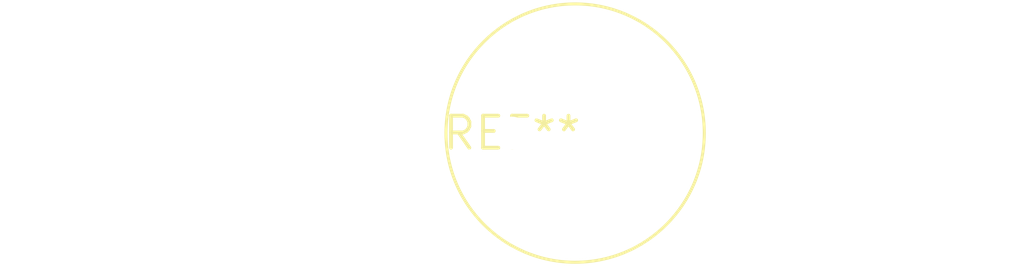
<source format=kicad_pcb>
(kicad_pcb (version 20240108) (generator pcbnew)
  (layers (0 "F.Cu" signal) (31 "B.Cu" signal) (34 "B.Paste" user) (35 "F.Paste" user) (36 "B.SilkS" user "B.Silkscreen") (37 "F.SilkS" user "F.Silkscreen") (38 "B.Mask" user) (39 "F.Mask" user) (44 "Edge.Cuts" user))
  (net 0 "")
  (footprint "L_Radial_D10.0mm_P5.00mm_Fastron_07P" (layer "F.Cu") (at 0 0)
    (property "Reference" "REF**")
    (property "Value" "L_Radial_D10.0mm_P5.00mm_Fastron_07P")
    (fp_circle (center 2.5 0) (end 7.62 0) (layer "F.SilkS") (stroke (width 0.12)) (fill none))
    (pad "1" thru_hole circle (at 0 0) (size 2.6 2.6) (drill 1.3) (layers *.Cu *.Mask) (remove_unused_layers))
    (pad "2" thru_hole circle (at 5 0) (size 2.6 2.6) (drill 1.3) (layers *.Cu *.Mask) (remove_unused_layers))
  )
)
</source>
